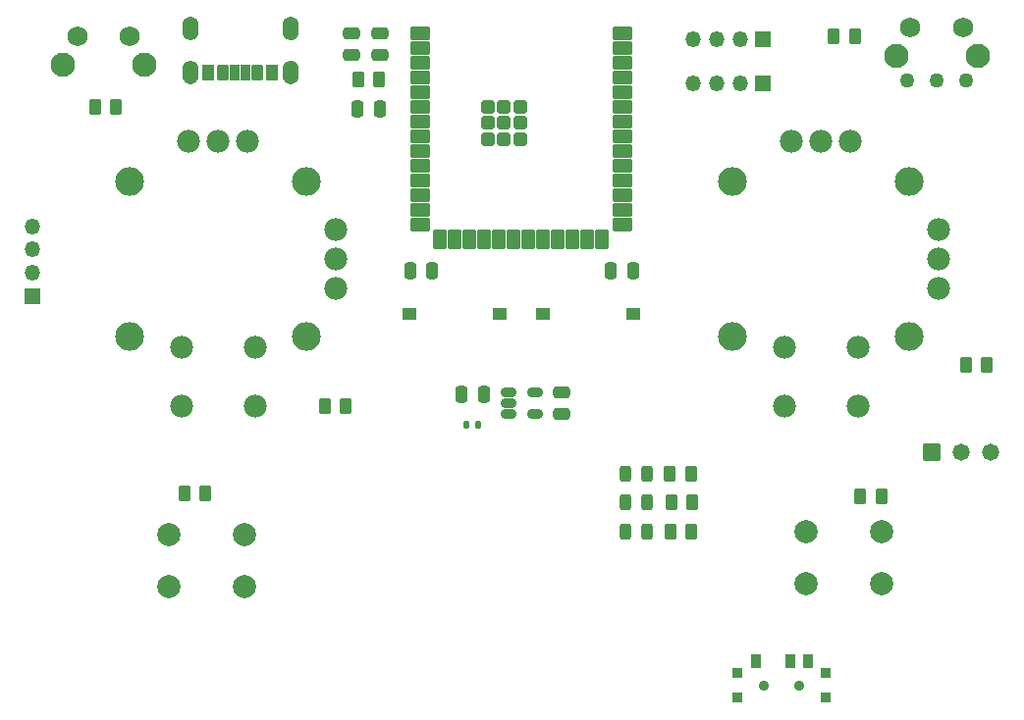
<source format=gbr>
%TF.GenerationSoftware,KiCad,Pcbnew,7.0.9*%
%TF.CreationDate,2024-05-06T23:46:12-05:00*%
%TF.ProjectId,CONTROL WIFI ESP32 S3 V4.0,434f4e54-524f-44c2-9057-494649204553,rev?*%
%TF.SameCoordinates,Original*%
%TF.FileFunction,Soldermask,Top*%
%TF.FilePolarity,Negative*%
%FSLAX46Y46*%
G04 Gerber Fmt 4.6, Leading zero omitted, Abs format (unit mm)*
G04 Created by KiCad (PCBNEW 7.0.9) date 2024-05-06 23:46:12*
%MOMM*%
%LPD*%
G01*
G04 APERTURE LIST*
G04 Aperture macros list*
%AMRoundRect*
0 Rectangle with rounded corners*
0 $1 Rounding radius*
0 $2 $3 $4 $5 $6 $7 $8 $9 X,Y pos of 4 corners*
0 Add a 4 corners polygon primitive as box body*
4,1,4,$2,$3,$4,$5,$6,$7,$8,$9,$2,$3,0*
0 Add four circle primitives for the rounded corners*
1,1,$1+$1,$2,$3*
1,1,$1+$1,$4,$5*
1,1,$1+$1,$6,$7*
1,1,$1+$1,$8,$9*
0 Add four rect primitives between the rounded corners*
20,1,$1+$1,$2,$3,$4,$5,0*
20,1,$1+$1,$4,$5,$6,$7,0*
20,1,$1+$1,$6,$7,$8,$9,0*
20,1,$1+$1,$8,$9,$2,$3,0*%
G04 Aperture macros list end*
%ADD10C,0.010000*%
%ADD11RoundRect,0.282000X0.390000X-0.120000X0.390000X0.120000X-0.390000X0.120000X-0.390000X-0.120000X0*%
%ADD12RoundRect,0.135000X-0.135000X-0.185000X0.135000X-0.185000X0.135000X0.185000X-0.135000X0.185000X0*%
%ADD13RoundRect,0.250000X0.250000X0.475000X-0.250000X0.475000X-0.250000X-0.475000X0.250000X-0.475000X0*%
%ADD14RoundRect,0.250000X-0.475000X0.250000X-0.475000X-0.250000X0.475000X-0.250000X0.475000X0.250000X0*%
%ADD15RoundRect,0.102000X-0.634000X-0.634000X0.634000X-0.634000X0.634000X0.634000X-0.634000X0.634000X0*%
%ADD16C,1.472000*%
%ADD17R,1.350000X1.350000*%
%ADD18O,1.350000X1.350000*%
%ADD19C,1.982000*%
%ADD20C,2.490000*%
%ADD21C,2.000000*%
%ADD22RoundRect,0.250000X-0.250000X-0.475000X0.250000X-0.475000X0.250000X0.475000X-0.250000X0.475000X0*%
%ADD23RoundRect,0.250000X0.262500X0.450000X-0.262500X0.450000X-0.262500X-0.450000X0.262500X-0.450000X0*%
%ADD24RoundRect,0.243750X0.243750X0.456250X-0.243750X0.456250X-0.243750X-0.456250X0.243750X-0.456250X0*%
%ADD25RoundRect,0.243750X-0.243750X-0.456250X0.243750X-0.456250X0.243750X0.456250X-0.243750X0.456250X0*%
%ADD26C,2.100000*%
%ADD27C,1.750000*%
%ADD28RoundRect,0.250000X-0.262500X-0.450000X0.262500X-0.450000X0.262500X0.450000X-0.262500X0.450000X0*%
%ADD29R,1.250000X1.000000*%
%ADD30RoundRect,0.102000X0.350000X0.600000X-0.350000X0.600000X-0.350000X-0.600000X0.350000X-0.600000X0*%
%ADD31RoundRect,0.102000X0.380000X0.600000X-0.380000X0.600000X-0.380000X-0.600000X0.380000X-0.600000X0*%
%ADD32RoundRect,0.102000X0.400000X0.600000X-0.400000X0.600000X-0.400000X-0.600000X0.400000X-0.600000X0*%
%ADD33C,0.889000*%
%ADD34R,0.889000X1.244600*%
%ADD35R,0.812800X0.889000*%
%ADD36RoundRect,0.102000X-0.750000X-0.450000X0.750000X-0.450000X0.750000X0.450000X-0.750000X0.450000X0*%
%ADD37RoundRect,0.102000X-0.450000X-0.750000X0.450000X-0.750000X0.450000X0.750000X-0.450000X0.750000X0*%
%ADD38RoundRect,0.102000X-0.450000X-0.450000X0.450000X-0.450000X0.450000X0.450000X-0.450000X0.450000X0*%
%ADD39C,1.270000*%
G04 APERTURE END LIST*
%TO.C,J5*%
D10*
X56254000Y-85901000D02*
X56288000Y-85904000D01*
X56322000Y-85908000D01*
X56355000Y-85914000D01*
X56388000Y-85922000D01*
X56421000Y-85932000D01*
X56453000Y-85943000D01*
X56484000Y-85956000D01*
X56515000Y-85971000D01*
X56545000Y-85987000D01*
X56574000Y-86005000D01*
X56602000Y-86024000D01*
X56629000Y-86045000D01*
X56655000Y-86067000D01*
X56680000Y-86090000D01*
X56703000Y-86115000D01*
X56725000Y-86141000D01*
X56746000Y-86168000D01*
X56765000Y-86196000D01*
X56783000Y-86225000D01*
X56799000Y-86255000D01*
X56814000Y-86286000D01*
X56827000Y-86317000D01*
X56838000Y-86349000D01*
X56848000Y-86382000D01*
X56856000Y-86415000D01*
X56862000Y-86448000D01*
X56866000Y-86482000D01*
X56869000Y-86516000D01*
X56870000Y-86550000D01*
X56870000Y-87150000D01*
X56869000Y-87184000D01*
X56866000Y-87218000D01*
X56862000Y-87252000D01*
X56856000Y-87285000D01*
X56848000Y-87318000D01*
X56838000Y-87351000D01*
X56827000Y-87383000D01*
X56814000Y-87414000D01*
X56799000Y-87445000D01*
X56783000Y-87475000D01*
X56765000Y-87504000D01*
X56746000Y-87532000D01*
X56725000Y-87559000D01*
X56703000Y-87585000D01*
X56680000Y-87610000D01*
X56655000Y-87633000D01*
X56629000Y-87655000D01*
X56602000Y-87676000D01*
X56574000Y-87695000D01*
X56545000Y-87713000D01*
X56515000Y-87729000D01*
X56484000Y-87744000D01*
X56453000Y-87757000D01*
X56421000Y-87768000D01*
X56388000Y-87778000D01*
X56355000Y-87786000D01*
X56322000Y-87792000D01*
X56288000Y-87796000D01*
X56254000Y-87799000D01*
X56220000Y-87800000D01*
X56186000Y-87799000D01*
X56152000Y-87796000D01*
X56118000Y-87792000D01*
X56085000Y-87786000D01*
X56052000Y-87778000D01*
X56019000Y-87768000D01*
X55987000Y-87757000D01*
X55956000Y-87744000D01*
X55925000Y-87729000D01*
X55895000Y-87713000D01*
X55866000Y-87695000D01*
X55838000Y-87676000D01*
X55811000Y-87655000D01*
X55785000Y-87633000D01*
X55760000Y-87610000D01*
X55737000Y-87585000D01*
X55715000Y-87559000D01*
X55694000Y-87532000D01*
X55675000Y-87504000D01*
X55657000Y-87475000D01*
X55641000Y-87445000D01*
X55626000Y-87414000D01*
X55613000Y-87383000D01*
X55602000Y-87351000D01*
X55592000Y-87318000D01*
X55584000Y-87285000D01*
X55578000Y-87252000D01*
X55574000Y-87218000D01*
X55571000Y-87184000D01*
X55570000Y-87150000D01*
X55570000Y-86550000D01*
X55571000Y-86516000D01*
X55574000Y-86482000D01*
X55578000Y-86448000D01*
X55584000Y-86415000D01*
X55592000Y-86382000D01*
X55602000Y-86349000D01*
X55613000Y-86317000D01*
X55626000Y-86286000D01*
X55641000Y-86255000D01*
X55657000Y-86225000D01*
X55675000Y-86196000D01*
X55694000Y-86168000D01*
X55715000Y-86141000D01*
X55737000Y-86115000D01*
X55760000Y-86090000D01*
X55785000Y-86067000D01*
X55811000Y-86045000D01*
X55838000Y-86024000D01*
X55866000Y-86005000D01*
X55895000Y-85987000D01*
X55925000Y-85971000D01*
X55956000Y-85956000D01*
X55987000Y-85943000D01*
X56019000Y-85932000D01*
X56052000Y-85922000D01*
X56085000Y-85914000D01*
X56118000Y-85908000D01*
X56152000Y-85904000D01*
X56186000Y-85901000D01*
X56220000Y-85900000D01*
X56254000Y-85901000D01*
G36*
X56254000Y-85901000D02*
G01*
X56288000Y-85904000D01*
X56322000Y-85908000D01*
X56355000Y-85914000D01*
X56388000Y-85922000D01*
X56421000Y-85932000D01*
X56453000Y-85943000D01*
X56484000Y-85956000D01*
X56515000Y-85971000D01*
X56545000Y-85987000D01*
X56574000Y-86005000D01*
X56602000Y-86024000D01*
X56629000Y-86045000D01*
X56655000Y-86067000D01*
X56680000Y-86090000D01*
X56703000Y-86115000D01*
X56725000Y-86141000D01*
X56746000Y-86168000D01*
X56765000Y-86196000D01*
X56783000Y-86225000D01*
X56799000Y-86255000D01*
X56814000Y-86286000D01*
X56827000Y-86317000D01*
X56838000Y-86349000D01*
X56848000Y-86382000D01*
X56856000Y-86415000D01*
X56862000Y-86448000D01*
X56866000Y-86482000D01*
X56869000Y-86516000D01*
X56870000Y-86550000D01*
X56870000Y-87150000D01*
X56869000Y-87184000D01*
X56866000Y-87218000D01*
X56862000Y-87252000D01*
X56856000Y-87285000D01*
X56848000Y-87318000D01*
X56838000Y-87351000D01*
X56827000Y-87383000D01*
X56814000Y-87414000D01*
X56799000Y-87445000D01*
X56783000Y-87475000D01*
X56765000Y-87504000D01*
X56746000Y-87532000D01*
X56725000Y-87559000D01*
X56703000Y-87585000D01*
X56680000Y-87610000D01*
X56655000Y-87633000D01*
X56629000Y-87655000D01*
X56602000Y-87676000D01*
X56574000Y-87695000D01*
X56545000Y-87713000D01*
X56515000Y-87729000D01*
X56484000Y-87744000D01*
X56453000Y-87757000D01*
X56421000Y-87768000D01*
X56388000Y-87778000D01*
X56355000Y-87786000D01*
X56322000Y-87792000D01*
X56288000Y-87796000D01*
X56254000Y-87799000D01*
X56220000Y-87800000D01*
X56186000Y-87799000D01*
X56152000Y-87796000D01*
X56118000Y-87792000D01*
X56085000Y-87786000D01*
X56052000Y-87778000D01*
X56019000Y-87768000D01*
X55987000Y-87757000D01*
X55956000Y-87744000D01*
X55925000Y-87729000D01*
X55895000Y-87713000D01*
X55866000Y-87695000D01*
X55838000Y-87676000D01*
X55811000Y-87655000D01*
X55785000Y-87633000D01*
X55760000Y-87610000D01*
X55737000Y-87585000D01*
X55715000Y-87559000D01*
X55694000Y-87532000D01*
X55675000Y-87504000D01*
X55657000Y-87475000D01*
X55641000Y-87445000D01*
X55626000Y-87414000D01*
X55613000Y-87383000D01*
X55602000Y-87351000D01*
X55592000Y-87318000D01*
X55584000Y-87285000D01*
X55578000Y-87252000D01*
X55574000Y-87218000D01*
X55571000Y-87184000D01*
X55570000Y-87150000D01*
X55570000Y-86550000D01*
X55571000Y-86516000D01*
X55574000Y-86482000D01*
X55578000Y-86448000D01*
X55584000Y-86415000D01*
X55592000Y-86382000D01*
X55602000Y-86349000D01*
X55613000Y-86317000D01*
X55626000Y-86286000D01*
X55641000Y-86255000D01*
X55657000Y-86225000D01*
X55675000Y-86196000D01*
X55694000Y-86168000D01*
X55715000Y-86141000D01*
X55737000Y-86115000D01*
X55760000Y-86090000D01*
X55785000Y-86067000D01*
X55811000Y-86045000D01*
X55838000Y-86024000D01*
X55866000Y-86005000D01*
X55895000Y-85987000D01*
X55925000Y-85971000D01*
X55956000Y-85956000D01*
X55987000Y-85943000D01*
X56019000Y-85932000D01*
X56052000Y-85922000D01*
X56085000Y-85914000D01*
X56118000Y-85908000D01*
X56152000Y-85904000D01*
X56186000Y-85901000D01*
X56220000Y-85900000D01*
X56254000Y-85901000D01*
G37*
X56254000Y-82101000D02*
X56288000Y-82104000D01*
X56322000Y-82108000D01*
X56355000Y-82114000D01*
X56388000Y-82122000D01*
X56421000Y-82132000D01*
X56453000Y-82143000D01*
X56484000Y-82156000D01*
X56515000Y-82171000D01*
X56545000Y-82187000D01*
X56574000Y-82205000D01*
X56602000Y-82224000D01*
X56629000Y-82245000D01*
X56655000Y-82267000D01*
X56680000Y-82290000D01*
X56703000Y-82315000D01*
X56725000Y-82341000D01*
X56746000Y-82368000D01*
X56765000Y-82396000D01*
X56783000Y-82425000D01*
X56799000Y-82455000D01*
X56814000Y-82486000D01*
X56827000Y-82517000D01*
X56838000Y-82549000D01*
X56848000Y-82582000D01*
X56856000Y-82615000D01*
X56862000Y-82648000D01*
X56866000Y-82682000D01*
X56869000Y-82716000D01*
X56870000Y-82750000D01*
X56870000Y-83350000D01*
X56869000Y-83384000D01*
X56866000Y-83418000D01*
X56862000Y-83452000D01*
X56856000Y-83485000D01*
X56848000Y-83518000D01*
X56838000Y-83551000D01*
X56827000Y-83583000D01*
X56814000Y-83614000D01*
X56799000Y-83645000D01*
X56783000Y-83675000D01*
X56765000Y-83704000D01*
X56746000Y-83732000D01*
X56725000Y-83759000D01*
X56703000Y-83785000D01*
X56680000Y-83810000D01*
X56655000Y-83833000D01*
X56629000Y-83855000D01*
X56602000Y-83876000D01*
X56574000Y-83895000D01*
X56545000Y-83913000D01*
X56515000Y-83929000D01*
X56484000Y-83944000D01*
X56453000Y-83957000D01*
X56421000Y-83968000D01*
X56388000Y-83978000D01*
X56355000Y-83986000D01*
X56322000Y-83992000D01*
X56288000Y-83996000D01*
X56254000Y-83999000D01*
X56220000Y-84000000D01*
X56186000Y-83999000D01*
X56152000Y-83996000D01*
X56118000Y-83992000D01*
X56085000Y-83986000D01*
X56052000Y-83978000D01*
X56019000Y-83968000D01*
X55987000Y-83957000D01*
X55956000Y-83944000D01*
X55925000Y-83929000D01*
X55895000Y-83913000D01*
X55866000Y-83895000D01*
X55838000Y-83876000D01*
X55811000Y-83855000D01*
X55785000Y-83833000D01*
X55760000Y-83810000D01*
X55737000Y-83785000D01*
X55715000Y-83759000D01*
X55694000Y-83732000D01*
X55675000Y-83704000D01*
X55657000Y-83675000D01*
X55641000Y-83645000D01*
X55626000Y-83614000D01*
X55613000Y-83583000D01*
X55602000Y-83551000D01*
X55592000Y-83518000D01*
X55584000Y-83485000D01*
X55578000Y-83452000D01*
X55574000Y-83418000D01*
X55571000Y-83384000D01*
X55570000Y-83350000D01*
X55570000Y-82750000D01*
X55571000Y-82716000D01*
X55574000Y-82682000D01*
X55578000Y-82648000D01*
X55584000Y-82615000D01*
X55592000Y-82582000D01*
X55602000Y-82549000D01*
X55613000Y-82517000D01*
X55626000Y-82486000D01*
X55641000Y-82455000D01*
X55657000Y-82425000D01*
X55675000Y-82396000D01*
X55694000Y-82368000D01*
X55715000Y-82341000D01*
X55737000Y-82315000D01*
X55760000Y-82290000D01*
X55785000Y-82267000D01*
X55811000Y-82245000D01*
X55838000Y-82224000D01*
X55866000Y-82205000D01*
X55895000Y-82187000D01*
X55925000Y-82171000D01*
X55956000Y-82156000D01*
X55987000Y-82143000D01*
X56019000Y-82132000D01*
X56052000Y-82122000D01*
X56085000Y-82114000D01*
X56118000Y-82108000D01*
X56152000Y-82104000D01*
X56186000Y-82101000D01*
X56220000Y-82100000D01*
X56254000Y-82101000D01*
G36*
X56254000Y-82101000D02*
G01*
X56288000Y-82104000D01*
X56322000Y-82108000D01*
X56355000Y-82114000D01*
X56388000Y-82122000D01*
X56421000Y-82132000D01*
X56453000Y-82143000D01*
X56484000Y-82156000D01*
X56515000Y-82171000D01*
X56545000Y-82187000D01*
X56574000Y-82205000D01*
X56602000Y-82224000D01*
X56629000Y-82245000D01*
X56655000Y-82267000D01*
X56680000Y-82290000D01*
X56703000Y-82315000D01*
X56725000Y-82341000D01*
X56746000Y-82368000D01*
X56765000Y-82396000D01*
X56783000Y-82425000D01*
X56799000Y-82455000D01*
X56814000Y-82486000D01*
X56827000Y-82517000D01*
X56838000Y-82549000D01*
X56848000Y-82582000D01*
X56856000Y-82615000D01*
X56862000Y-82648000D01*
X56866000Y-82682000D01*
X56869000Y-82716000D01*
X56870000Y-82750000D01*
X56870000Y-83350000D01*
X56869000Y-83384000D01*
X56866000Y-83418000D01*
X56862000Y-83452000D01*
X56856000Y-83485000D01*
X56848000Y-83518000D01*
X56838000Y-83551000D01*
X56827000Y-83583000D01*
X56814000Y-83614000D01*
X56799000Y-83645000D01*
X56783000Y-83675000D01*
X56765000Y-83704000D01*
X56746000Y-83732000D01*
X56725000Y-83759000D01*
X56703000Y-83785000D01*
X56680000Y-83810000D01*
X56655000Y-83833000D01*
X56629000Y-83855000D01*
X56602000Y-83876000D01*
X56574000Y-83895000D01*
X56545000Y-83913000D01*
X56515000Y-83929000D01*
X56484000Y-83944000D01*
X56453000Y-83957000D01*
X56421000Y-83968000D01*
X56388000Y-83978000D01*
X56355000Y-83986000D01*
X56322000Y-83992000D01*
X56288000Y-83996000D01*
X56254000Y-83999000D01*
X56220000Y-84000000D01*
X56186000Y-83999000D01*
X56152000Y-83996000D01*
X56118000Y-83992000D01*
X56085000Y-83986000D01*
X56052000Y-83978000D01*
X56019000Y-83968000D01*
X55987000Y-83957000D01*
X55956000Y-83944000D01*
X55925000Y-83929000D01*
X55895000Y-83913000D01*
X55866000Y-83895000D01*
X55838000Y-83876000D01*
X55811000Y-83855000D01*
X55785000Y-83833000D01*
X55760000Y-83810000D01*
X55737000Y-83785000D01*
X55715000Y-83759000D01*
X55694000Y-83732000D01*
X55675000Y-83704000D01*
X55657000Y-83675000D01*
X55641000Y-83645000D01*
X55626000Y-83614000D01*
X55613000Y-83583000D01*
X55602000Y-83551000D01*
X55592000Y-83518000D01*
X55584000Y-83485000D01*
X55578000Y-83452000D01*
X55574000Y-83418000D01*
X55571000Y-83384000D01*
X55570000Y-83350000D01*
X55570000Y-82750000D01*
X55571000Y-82716000D01*
X55574000Y-82682000D01*
X55578000Y-82648000D01*
X55584000Y-82615000D01*
X55592000Y-82582000D01*
X55602000Y-82549000D01*
X55613000Y-82517000D01*
X55626000Y-82486000D01*
X55641000Y-82455000D01*
X55657000Y-82425000D01*
X55675000Y-82396000D01*
X55694000Y-82368000D01*
X55715000Y-82341000D01*
X55737000Y-82315000D01*
X55760000Y-82290000D01*
X55785000Y-82267000D01*
X55811000Y-82245000D01*
X55838000Y-82224000D01*
X55866000Y-82205000D01*
X55895000Y-82187000D01*
X55925000Y-82171000D01*
X55956000Y-82156000D01*
X55987000Y-82143000D01*
X56019000Y-82132000D01*
X56052000Y-82122000D01*
X56085000Y-82114000D01*
X56118000Y-82108000D01*
X56152000Y-82104000D01*
X56186000Y-82101000D01*
X56220000Y-82100000D01*
X56254000Y-82101000D01*
G37*
X47614000Y-85901000D02*
X47648000Y-85904000D01*
X47682000Y-85908000D01*
X47715000Y-85914000D01*
X47748000Y-85922000D01*
X47781000Y-85932000D01*
X47813000Y-85943000D01*
X47844000Y-85956000D01*
X47875000Y-85971000D01*
X47905000Y-85987000D01*
X47934000Y-86005000D01*
X47962000Y-86024000D01*
X47989000Y-86045000D01*
X48015000Y-86067000D01*
X48040000Y-86090000D01*
X48063000Y-86115000D01*
X48085000Y-86141000D01*
X48106000Y-86168000D01*
X48125000Y-86196000D01*
X48143000Y-86225000D01*
X48159000Y-86255000D01*
X48174000Y-86286000D01*
X48187000Y-86317000D01*
X48198000Y-86349000D01*
X48208000Y-86382000D01*
X48216000Y-86415000D01*
X48222000Y-86448000D01*
X48226000Y-86482000D01*
X48229000Y-86516000D01*
X48230000Y-86550000D01*
X48230000Y-87150000D01*
X48229000Y-87184000D01*
X48226000Y-87218000D01*
X48222000Y-87252000D01*
X48216000Y-87285000D01*
X48208000Y-87318000D01*
X48198000Y-87351000D01*
X48187000Y-87383000D01*
X48174000Y-87414000D01*
X48159000Y-87445000D01*
X48143000Y-87475000D01*
X48125000Y-87504000D01*
X48106000Y-87532000D01*
X48085000Y-87559000D01*
X48063000Y-87585000D01*
X48040000Y-87610000D01*
X48015000Y-87633000D01*
X47989000Y-87655000D01*
X47962000Y-87676000D01*
X47934000Y-87695000D01*
X47905000Y-87713000D01*
X47875000Y-87729000D01*
X47844000Y-87744000D01*
X47813000Y-87757000D01*
X47781000Y-87768000D01*
X47748000Y-87778000D01*
X47715000Y-87786000D01*
X47682000Y-87792000D01*
X47648000Y-87796000D01*
X47614000Y-87799000D01*
X47580000Y-87800000D01*
X47546000Y-87799000D01*
X47512000Y-87796000D01*
X47478000Y-87792000D01*
X47445000Y-87786000D01*
X47412000Y-87778000D01*
X47379000Y-87768000D01*
X47347000Y-87757000D01*
X47316000Y-87744000D01*
X47285000Y-87729000D01*
X47255000Y-87713000D01*
X47226000Y-87695000D01*
X47198000Y-87676000D01*
X47171000Y-87655000D01*
X47145000Y-87633000D01*
X47120000Y-87610000D01*
X47097000Y-87585000D01*
X47075000Y-87559000D01*
X47054000Y-87532000D01*
X47035000Y-87504000D01*
X47017000Y-87475000D01*
X47001000Y-87445000D01*
X46986000Y-87414000D01*
X46973000Y-87383000D01*
X46962000Y-87351000D01*
X46952000Y-87318000D01*
X46944000Y-87285000D01*
X46938000Y-87252000D01*
X46934000Y-87218000D01*
X46931000Y-87184000D01*
X46930000Y-87150000D01*
X46930000Y-86550000D01*
X46931000Y-86516000D01*
X46934000Y-86482000D01*
X46938000Y-86448000D01*
X46944000Y-86415000D01*
X46952000Y-86382000D01*
X46962000Y-86349000D01*
X46973000Y-86317000D01*
X46986000Y-86286000D01*
X47001000Y-86255000D01*
X47017000Y-86225000D01*
X47035000Y-86196000D01*
X47054000Y-86168000D01*
X47075000Y-86141000D01*
X47097000Y-86115000D01*
X47120000Y-86090000D01*
X47145000Y-86067000D01*
X47171000Y-86045000D01*
X47198000Y-86024000D01*
X47226000Y-86005000D01*
X47255000Y-85987000D01*
X47285000Y-85971000D01*
X47316000Y-85956000D01*
X47347000Y-85943000D01*
X47379000Y-85932000D01*
X47412000Y-85922000D01*
X47445000Y-85914000D01*
X47478000Y-85908000D01*
X47512000Y-85904000D01*
X47546000Y-85901000D01*
X47580000Y-85900000D01*
X47614000Y-85901000D01*
G36*
X47614000Y-85901000D02*
G01*
X47648000Y-85904000D01*
X47682000Y-85908000D01*
X47715000Y-85914000D01*
X47748000Y-85922000D01*
X47781000Y-85932000D01*
X47813000Y-85943000D01*
X47844000Y-85956000D01*
X47875000Y-85971000D01*
X47905000Y-85987000D01*
X47934000Y-86005000D01*
X47962000Y-86024000D01*
X47989000Y-86045000D01*
X48015000Y-86067000D01*
X48040000Y-86090000D01*
X48063000Y-86115000D01*
X48085000Y-86141000D01*
X48106000Y-86168000D01*
X48125000Y-86196000D01*
X48143000Y-86225000D01*
X48159000Y-86255000D01*
X48174000Y-86286000D01*
X48187000Y-86317000D01*
X48198000Y-86349000D01*
X48208000Y-86382000D01*
X48216000Y-86415000D01*
X48222000Y-86448000D01*
X48226000Y-86482000D01*
X48229000Y-86516000D01*
X48230000Y-86550000D01*
X48230000Y-87150000D01*
X48229000Y-87184000D01*
X48226000Y-87218000D01*
X48222000Y-87252000D01*
X48216000Y-87285000D01*
X48208000Y-87318000D01*
X48198000Y-87351000D01*
X48187000Y-87383000D01*
X48174000Y-87414000D01*
X48159000Y-87445000D01*
X48143000Y-87475000D01*
X48125000Y-87504000D01*
X48106000Y-87532000D01*
X48085000Y-87559000D01*
X48063000Y-87585000D01*
X48040000Y-87610000D01*
X48015000Y-87633000D01*
X47989000Y-87655000D01*
X47962000Y-87676000D01*
X47934000Y-87695000D01*
X47905000Y-87713000D01*
X47875000Y-87729000D01*
X47844000Y-87744000D01*
X47813000Y-87757000D01*
X47781000Y-87768000D01*
X47748000Y-87778000D01*
X47715000Y-87786000D01*
X47682000Y-87792000D01*
X47648000Y-87796000D01*
X47614000Y-87799000D01*
X47580000Y-87800000D01*
X47546000Y-87799000D01*
X47512000Y-87796000D01*
X47478000Y-87792000D01*
X47445000Y-87786000D01*
X47412000Y-87778000D01*
X47379000Y-87768000D01*
X47347000Y-87757000D01*
X47316000Y-87744000D01*
X47285000Y-87729000D01*
X47255000Y-87713000D01*
X47226000Y-87695000D01*
X47198000Y-87676000D01*
X47171000Y-87655000D01*
X47145000Y-87633000D01*
X47120000Y-87610000D01*
X47097000Y-87585000D01*
X47075000Y-87559000D01*
X47054000Y-87532000D01*
X47035000Y-87504000D01*
X47017000Y-87475000D01*
X47001000Y-87445000D01*
X46986000Y-87414000D01*
X46973000Y-87383000D01*
X46962000Y-87351000D01*
X46952000Y-87318000D01*
X46944000Y-87285000D01*
X46938000Y-87252000D01*
X46934000Y-87218000D01*
X46931000Y-87184000D01*
X46930000Y-87150000D01*
X46930000Y-86550000D01*
X46931000Y-86516000D01*
X46934000Y-86482000D01*
X46938000Y-86448000D01*
X46944000Y-86415000D01*
X46952000Y-86382000D01*
X46962000Y-86349000D01*
X46973000Y-86317000D01*
X46986000Y-86286000D01*
X47001000Y-86255000D01*
X47017000Y-86225000D01*
X47035000Y-86196000D01*
X47054000Y-86168000D01*
X47075000Y-86141000D01*
X47097000Y-86115000D01*
X47120000Y-86090000D01*
X47145000Y-86067000D01*
X47171000Y-86045000D01*
X47198000Y-86024000D01*
X47226000Y-86005000D01*
X47255000Y-85987000D01*
X47285000Y-85971000D01*
X47316000Y-85956000D01*
X47347000Y-85943000D01*
X47379000Y-85932000D01*
X47412000Y-85922000D01*
X47445000Y-85914000D01*
X47478000Y-85908000D01*
X47512000Y-85904000D01*
X47546000Y-85901000D01*
X47580000Y-85900000D01*
X47614000Y-85901000D01*
G37*
X47614000Y-82101000D02*
X47648000Y-82104000D01*
X47682000Y-82108000D01*
X47715000Y-82114000D01*
X47748000Y-82122000D01*
X47781000Y-82132000D01*
X47813000Y-82143000D01*
X47844000Y-82156000D01*
X47875000Y-82171000D01*
X47905000Y-82187000D01*
X47934000Y-82205000D01*
X47962000Y-82224000D01*
X47989000Y-82245000D01*
X48015000Y-82267000D01*
X48040000Y-82290000D01*
X48063000Y-82315000D01*
X48085000Y-82341000D01*
X48106000Y-82368000D01*
X48125000Y-82396000D01*
X48143000Y-82425000D01*
X48159000Y-82455000D01*
X48174000Y-82486000D01*
X48187000Y-82517000D01*
X48198000Y-82549000D01*
X48208000Y-82582000D01*
X48216000Y-82615000D01*
X48222000Y-82648000D01*
X48226000Y-82682000D01*
X48229000Y-82716000D01*
X48230000Y-82750000D01*
X48230000Y-83350000D01*
X48229000Y-83384000D01*
X48226000Y-83418000D01*
X48222000Y-83452000D01*
X48216000Y-83485000D01*
X48208000Y-83518000D01*
X48198000Y-83551000D01*
X48187000Y-83583000D01*
X48174000Y-83614000D01*
X48159000Y-83645000D01*
X48143000Y-83675000D01*
X48125000Y-83704000D01*
X48106000Y-83732000D01*
X48085000Y-83759000D01*
X48063000Y-83785000D01*
X48040000Y-83810000D01*
X48015000Y-83833000D01*
X47989000Y-83855000D01*
X47962000Y-83876000D01*
X47934000Y-83895000D01*
X47905000Y-83913000D01*
X47875000Y-83929000D01*
X47844000Y-83944000D01*
X47813000Y-83957000D01*
X47781000Y-83968000D01*
X47748000Y-83978000D01*
X47715000Y-83986000D01*
X47682000Y-83992000D01*
X47648000Y-83996000D01*
X47614000Y-83999000D01*
X47580000Y-84000000D01*
X47546000Y-83999000D01*
X47512000Y-83996000D01*
X47478000Y-83992000D01*
X47445000Y-83986000D01*
X47412000Y-83978000D01*
X47379000Y-83968000D01*
X47347000Y-83957000D01*
X47316000Y-83944000D01*
X47285000Y-83929000D01*
X47255000Y-83913000D01*
X47226000Y-83895000D01*
X47198000Y-83876000D01*
X47171000Y-83855000D01*
X47145000Y-83833000D01*
X47120000Y-83810000D01*
X47097000Y-83785000D01*
X47075000Y-83759000D01*
X47054000Y-83732000D01*
X47035000Y-83704000D01*
X47017000Y-83675000D01*
X47001000Y-83645000D01*
X46986000Y-83614000D01*
X46973000Y-83583000D01*
X46962000Y-83551000D01*
X46952000Y-83518000D01*
X46944000Y-83485000D01*
X46938000Y-83452000D01*
X46934000Y-83418000D01*
X46931000Y-83384000D01*
X46930000Y-83350000D01*
X46930000Y-82750000D01*
X46931000Y-82716000D01*
X46934000Y-82682000D01*
X46938000Y-82648000D01*
X46944000Y-82615000D01*
X46952000Y-82582000D01*
X46962000Y-82549000D01*
X46973000Y-82517000D01*
X46986000Y-82486000D01*
X47001000Y-82455000D01*
X47017000Y-82425000D01*
X47035000Y-82396000D01*
X47054000Y-82368000D01*
X47075000Y-82341000D01*
X47097000Y-82315000D01*
X47120000Y-82290000D01*
X47145000Y-82267000D01*
X47171000Y-82245000D01*
X47198000Y-82224000D01*
X47226000Y-82205000D01*
X47255000Y-82187000D01*
X47285000Y-82171000D01*
X47316000Y-82156000D01*
X47347000Y-82143000D01*
X47379000Y-82132000D01*
X47412000Y-82122000D01*
X47445000Y-82114000D01*
X47478000Y-82108000D01*
X47512000Y-82104000D01*
X47546000Y-82101000D01*
X47580000Y-82100000D01*
X47614000Y-82101000D01*
G36*
X47614000Y-82101000D02*
G01*
X47648000Y-82104000D01*
X47682000Y-82108000D01*
X47715000Y-82114000D01*
X47748000Y-82122000D01*
X47781000Y-82132000D01*
X47813000Y-82143000D01*
X47844000Y-82156000D01*
X47875000Y-82171000D01*
X47905000Y-82187000D01*
X47934000Y-82205000D01*
X47962000Y-82224000D01*
X47989000Y-82245000D01*
X48015000Y-82267000D01*
X48040000Y-82290000D01*
X48063000Y-82315000D01*
X48085000Y-82341000D01*
X48106000Y-82368000D01*
X48125000Y-82396000D01*
X48143000Y-82425000D01*
X48159000Y-82455000D01*
X48174000Y-82486000D01*
X48187000Y-82517000D01*
X48198000Y-82549000D01*
X48208000Y-82582000D01*
X48216000Y-82615000D01*
X48222000Y-82648000D01*
X48226000Y-82682000D01*
X48229000Y-82716000D01*
X48230000Y-82750000D01*
X48230000Y-83350000D01*
X48229000Y-83384000D01*
X48226000Y-83418000D01*
X48222000Y-83452000D01*
X48216000Y-83485000D01*
X48208000Y-83518000D01*
X48198000Y-83551000D01*
X48187000Y-83583000D01*
X48174000Y-83614000D01*
X48159000Y-83645000D01*
X48143000Y-83675000D01*
X48125000Y-83704000D01*
X48106000Y-83732000D01*
X48085000Y-83759000D01*
X48063000Y-83785000D01*
X48040000Y-83810000D01*
X48015000Y-83833000D01*
X47989000Y-83855000D01*
X47962000Y-83876000D01*
X47934000Y-83895000D01*
X47905000Y-83913000D01*
X47875000Y-83929000D01*
X47844000Y-83944000D01*
X47813000Y-83957000D01*
X47781000Y-83968000D01*
X47748000Y-83978000D01*
X47715000Y-83986000D01*
X47682000Y-83992000D01*
X47648000Y-83996000D01*
X47614000Y-83999000D01*
X47580000Y-84000000D01*
X47546000Y-83999000D01*
X47512000Y-83996000D01*
X47478000Y-83992000D01*
X47445000Y-83986000D01*
X47412000Y-83978000D01*
X47379000Y-83968000D01*
X47347000Y-83957000D01*
X47316000Y-83944000D01*
X47285000Y-83929000D01*
X47255000Y-83913000D01*
X47226000Y-83895000D01*
X47198000Y-83876000D01*
X47171000Y-83855000D01*
X47145000Y-83833000D01*
X47120000Y-83810000D01*
X47097000Y-83785000D01*
X47075000Y-83759000D01*
X47054000Y-83732000D01*
X47035000Y-83704000D01*
X47017000Y-83675000D01*
X47001000Y-83645000D01*
X46986000Y-83614000D01*
X46973000Y-83583000D01*
X46962000Y-83551000D01*
X46952000Y-83518000D01*
X46944000Y-83485000D01*
X46938000Y-83452000D01*
X46934000Y-83418000D01*
X46931000Y-83384000D01*
X46930000Y-83350000D01*
X46930000Y-82750000D01*
X46931000Y-82716000D01*
X46934000Y-82682000D01*
X46938000Y-82648000D01*
X46944000Y-82615000D01*
X46952000Y-82582000D01*
X46962000Y-82549000D01*
X46973000Y-82517000D01*
X46986000Y-82486000D01*
X47001000Y-82455000D01*
X47017000Y-82425000D01*
X47035000Y-82396000D01*
X47054000Y-82368000D01*
X47075000Y-82341000D01*
X47097000Y-82315000D01*
X47120000Y-82290000D01*
X47145000Y-82267000D01*
X47171000Y-82245000D01*
X47198000Y-82224000D01*
X47226000Y-82205000D01*
X47255000Y-82187000D01*
X47285000Y-82171000D01*
X47316000Y-82156000D01*
X47347000Y-82143000D01*
X47379000Y-82132000D01*
X47412000Y-82122000D01*
X47445000Y-82114000D01*
X47478000Y-82108000D01*
X47512000Y-82104000D01*
X47546000Y-82101000D01*
X47580000Y-82100000D01*
X47614000Y-82101000D01*
G37*
%TD*%
D11*
%TO.C,U1*%
X77350000Y-114460000D03*
X77350000Y-116360000D03*
X75070000Y-116360000D03*
X75070000Y-115410000D03*
X75070000Y-114460000D03*
%TD*%
D12*
%TO.C,R14*%
X71430000Y-117260000D03*
X72450000Y-117260000D03*
%TD*%
D13*
%TO.C,C2*%
X72920000Y-114690000D03*
X71020000Y-114690000D03*
%TD*%
D14*
%TO.C,C1*%
X79630000Y-114480000D03*
X79630000Y-116380000D03*
%TD*%
D15*
%TO.C,POT1*%
X111570000Y-119665000D03*
D16*
X114110000Y-119665000D03*
X116650000Y-119665000D03*
%TD*%
D17*
%TO.C,J4*%
X97000000Y-84000000D03*
D18*
X95000000Y-84000000D03*
X93000000Y-84000000D03*
X91000000Y-84000000D03*
%TD*%
D19*
%TO.C,U4*%
X105175000Y-115700000D03*
X98825000Y-115700000D03*
X105175000Y-110620000D03*
X98825000Y-110620000D03*
X104540000Y-92840000D03*
X102000000Y-92840000D03*
X99460000Y-92840000D03*
D20*
X109620000Y-109667500D03*
X109620000Y-96332500D03*
X94380000Y-96332500D03*
X94380000Y-109667500D03*
D19*
X112160000Y-105540000D03*
X112160000Y-103000000D03*
X112160000Y-100460000D03*
%TD*%
D21*
%TO.C,SW5*%
X100750000Y-126515000D03*
X107250000Y-126515000D03*
X100750000Y-131015000D03*
X107250000Y-131015000D03*
%TD*%
D22*
%TO.C,C6*%
X62050000Y-90000000D03*
X63950000Y-90000000D03*
%TD*%
D23*
%TO.C,R12*%
X116312500Y-112100000D03*
X114487500Y-112100000D03*
%TD*%
D24*
%TO.C,STDBY1*%
X86975000Y-124015000D03*
X85100000Y-124015000D03*
%TD*%
D25*
%TO.C,D1*%
X85100000Y-126515000D03*
X86975000Y-126515000D03*
%TD*%
D26*
%TO.C,SW3*%
X36625000Y-86217500D03*
X43635000Y-86217500D03*
D27*
X37875000Y-83727500D03*
X42375000Y-83727500D03*
%TD*%
D13*
%TO.C,C10*%
X85800000Y-104000000D03*
X83900000Y-104000000D03*
%TD*%
D23*
%TO.C,R13*%
X61012500Y-115700000D03*
X59187500Y-115700000D03*
%TD*%
D17*
%TO.C,J3*%
X97000000Y-87800000D03*
D18*
X95000000Y-87800000D03*
X93000000Y-87800000D03*
X91000000Y-87800000D03*
%TD*%
D24*
%TO.C,CHRG1*%
X86975000Y-121515000D03*
X85100000Y-121515000D03*
%TD*%
D13*
%TO.C,C9*%
X68450000Y-104000000D03*
X66550000Y-104000000D03*
%TD*%
D14*
%TO.C,C8*%
X61500000Y-83500000D03*
X61500000Y-85400000D03*
%TD*%
D23*
%TO.C,R4*%
X90912500Y-124000000D03*
X89087500Y-124000000D03*
%TD*%
D28*
%TO.C,R8*%
X103087500Y-83800000D03*
X104912500Y-83800000D03*
%TD*%
D23*
%TO.C,R9*%
X41212500Y-89900000D03*
X39387500Y-89900000D03*
%TD*%
D29*
%TO.C,BT3*%
X78025000Y-107765000D03*
X85775000Y-107765000D03*
%TD*%
D17*
%TO.C,J1*%
X33975000Y-106175000D03*
D18*
X33975000Y-104175000D03*
X33975000Y-102175000D03*
X33975000Y-100175000D03*
%TD*%
D19*
%TO.C,U5*%
X53175000Y-115700000D03*
X46825000Y-115700000D03*
X53175000Y-110620000D03*
X46825000Y-110620000D03*
X52540000Y-92840000D03*
X50000000Y-92840000D03*
X47460000Y-92840000D03*
D20*
X57620000Y-109667500D03*
X57620000Y-96332500D03*
X42380000Y-96332500D03*
X42380000Y-109667500D03*
D19*
X60160000Y-105540000D03*
X60160000Y-103000000D03*
X60160000Y-100460000D03*
%TD*%
D21*
%TO.C,SW4*%
X45750000Y-126750000D03*
X52250000Y-126750000D03*
X45750000Y-131250000D03*
X52250000Y-131250000D03*
%TD*%
D30*
%TO.C,J5*%
X52400000Y-86930000D03*
D31*
X50380000Y-86930000D03*
D32*
X49150000Y-86930000D03*
D30*
X51400000Y-86930000D03*
D31*
X53420000Y-86930000D03*
D32*
X54650000Y-86930000D03*
%TD*%
D29*
%TO.C,EN1*%
X66525000Y-107765000D03*
X74275000Y-107765000D03*
%TD*%
D28*
%TO.C,R3*%
X62087500Y-87500000D03*
X63912500Y-87500000D03*
%TD*%
D33*
%TO.C,SW1*%
X97100000Y-139803400D03*
X100100000Y-139803400D03*
D34*
X96349999Y-137728400D03*
X99350001Y-137728400D03*
X100850001Y-137728400D03*
D35*
X94800000Y-138753399D03*
X102400000Y-138753399D03*
X94800000Y-140853400D03*
X102400000Y-140853400D03*
%TD*%
D23*
%TO.C,R1*%
X90812500Y-126515000D03*
X88987500Y-126515000D03*
%TD*%
D28*
%TO.C,R11*%
X105387500Y-123500000D03*
X107212500Y-123500000D03*
%TD*%
D23*
%TO.C,R10*%
X48912500Y-123200000D03*
X47087500Y-123200000D03*
%TD*%
D14*
%TO.C,C7*%
X64000000Y-83500000D03*
X64000000Y-85400000D03*
%TD*%
D36*
%TO.C,U3*%
X67400000Y-83505000D03*
X67400000Y-84775000D03*
X67400000Y-86045000D03*
X67400000Y-87315000D03*
X67400000Y-88585000D03*
X67400000Y-89855000D03*
X67400000Y-91125000D03*
X67400000Y-92395000D03*
X67400000Y-93665000D03*
X67400000Y-94935000D03*
X67400000Y-96205000D03*
X67400000Y-97475000D03*
X67400000Y-98745000D03*
X67400000Y-100015000D03*
D37*
X69165000Y-101265000D03*
X70435000Y-101265000D03*
X71705000Y-101265000D03*
X72975000Y-101265000D03*
X74245000Y-101265000D03*
X75515000Y-101265000D03*
X76785000Y-101265000D03*
X78055000Y-101265000D03*
X79325000Y-101265000D03*
X80595000Y-101265000D03*
X81865000Y-101265000D03*
X83135000Y-101265000D03*
D36*
X84900000Y-100015000D03*
X84900000Y-98745000D03*
X84900000Y-97475000D03*
X84900000Y-96205000D03*
X84900000Y-94935000D03*
X84900000Y-93665000D03*
X84900000Y-92395000D03*
X84900000Y-91125000D03*
X84900000Y-89855000D03*
X84900000Y-88585000D03*
X84900000Y-87315000D03*
X84900000Y-86045000D03*
X84900000Y-84775000D03*
X84900000Y-83505000D03*
D38*
X74650000Y-91225000D03*
X73250000Y-91225000D03*
X76050000Y-91225000D03*
X73250000Y-92625000D03*
X74650000Y-92625000D03*
X76050000Y-92625000D03*
X73250000Y-89825000D03*
X74650000Y-89825000D03*
X76050000Y-89825000D03*
%TD*%
D23*
%TO.C,R5*%
X90762500Y-121500000D03*
X88937500Y-121500000D03*
%TD*%
D26*
%TO.C,SW2*%
X108475000Y-85452500D03*
X115485000Y-85452500D03*
D27*
X109725000Y-82962500D03*
X114225000Y-82962500D03*
%TD*%
D39*
%TO.C,POT2*%
X114540000Y-87600000D03*
X112000000Y-87600000D03*
X109460000Y-87600000D03*
%TD*%
M02*

</source>
